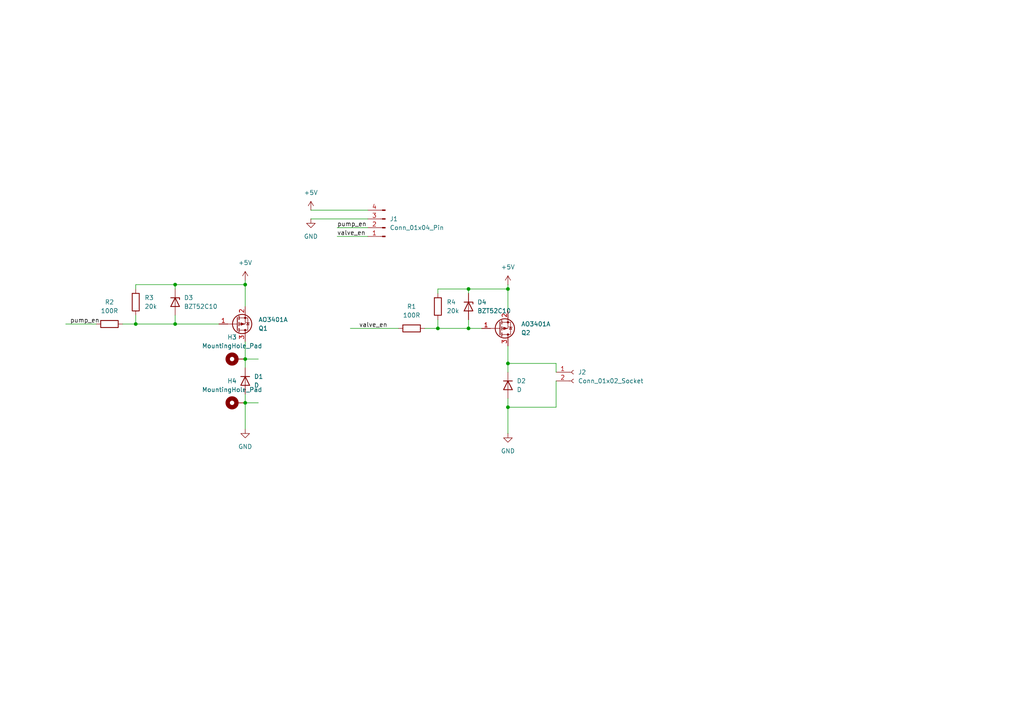
<source format=kicad_sch>
(kicad_sch (version 20231120) (generator "eeschema") (generator_version "8.0")
  (paper "A4")
  (lib_symbols
    (symbol "Connector:Conn_01x02_Socket" (pin_names (offset 1.016) hide)
      (property "Reference" "J" (at 0 2.54 0))
      (property "Value" "Conn_01x02_Socket" (at 0 -5.08 0))
      (symbol "Conn_01x02_Socket_1_1"
        (arc (start 0 -2.032) (mid -0.5058 -2.54) (end 0 -3.048) (stroke (width 0.1524)))
        (polyline (pts (xy -1.27 -2.54) (xy -0.508 -2.54)) (stroke (width 0.1524)))
        (polyline (pts (xy -1.27 0) (xy -0.508 0)) (stroke (width 0.1524)))
        (arc (start 0 0.508) (mid -0.5058 0) (end 0 -0.508) (stroke (width 0.1524)))
        (pin passive line (at -5.08 0 0) (length 3.81) (name "Pin_1") (number "1"))
        (pin passive line (at -5.08 -2.54 0) (length 3.81) (name "Pin_2") (number "2"))
      )
    )
    (symbol "Connector:Conn_01x04_Pin" (pin_names (offset 1.016) hide)
      (property "Reference" "J" (at 0 5.08 0))
      (property "Value" "Conn_01x04_Pin" (at 0 -7.62 0))
      (symbol "Conn_01x04_Pin_1_1"
        (polyline (pts (xy 1.27 -5.08) (xy 0.8636 -5.08)) (stroke (width 0.1524)))
        (polyline (pts (xy 1.27 -2.54) (xy 0.8636 -2.54)) (stroke (width 0.1524)))
        (polyline (pts (xy 1.27 0) (xy 0.8636 0)) (stroke (width 0.1524)))
        (polyline (pts (xy 1.27 2.54) (xy 0.8636 2.54)) (stroke (width 0.1524)))
        (rectangle (start 0.8636 -4.953) (end 0 -5.207) (stroke (width 0.1524)) (fill (type outline)))
        (rectangle (start 0.8636 -2.413) (end 0 -2.667) (stroke (width 0.1524)) (fill (type outline)))
        (rectangle (start 0.8636 0.127) (end 0 -0.127) (stroke (width 0.1524)) (fill (type outline)))
        (rectangle (start 0.8636 2.667) (end 0 2.413) (stroke (width 0.1524)) (fill (type outline)))
        (pin passive line (at 5.08 2.54 180) (length 3.81) (name "Pin_1") (number "1"))
        (pin passive line (at 5.08 0 180) (length 3.81) (name "Pin_2") (number "2"))
        (pin passive line (at 5.08 -2.54 180) (length 3.81) (name "Pin_3") (number "3"))
        (pin passive line (at 5.08 -5.08 180) (length 3.81) (name "Pin_4") (number "4"))
      )
    )
    (symbol "Device:D" (pin_numbers hide) (pin_names (offset 1.016) hide)
      (property "Reference" "D" (at 0 2.54 0))
      (property "Value" "D" (at 0 -2.54 0))
      (symbol "D_0_1"
        (polyline (pts (xy -1.27 1.27) (xy -1.27 -1.27)) (stroke (width 0.254)))
        (polyline (pts (xy 1.27 0) (xy -1.27 0)))
        (polyline (pts (xy 1.27 1.27) (xy 1.27 -1.27) (xy -1.27 0) (xy 1.27 1.27)) (stroke (width 0.254)))
      )
      (symbol "D_1_1"
        (pin passive line (at -3.81 0 0) (length 2.54) (name "K") (number "1"))
        (pin passive line (at 3.81 0 180) (length 2.54) (name "A") (number "2"))
      )
    )
    (symbol "Device:D_Zener" (pin_numbers hide) (pin_names (offset 1.016) hide)
      (property "Reference" "D" (at 0 2.54 0))
      (property "Value" "D_Zener" (at 0 -2.54 0))
      (symbol "D_Zener_0_1"
        (polyline (pts (xy 1.27 0) (xy -1.27 0)))
        (polyline (pts (xy -1.27 -1.27) (xy -1.27 1.27) (xy -0.762 1.27)) (stroke (width 0.254)))
        (polyline (pts (xy 1.27 -1.27) (xy 1.27 1.27) (xy -1.27 0) (xy 1.27 -1.27)) (stroke (width 0.254)))
      )
      (symbol "D_Zener_1_1"
        (pin passive line (at -3.81 0 0) (length 2.54) (name "K") (number "1"))
        (pin passive line (at 3.81 0 180) (length 2.54) (name "A") (number "2"))
      )
    )
    (symbol "Device:R" (pin_numbers hide) (pin_names (offset 0))
      (property "Reference" "R" (at 2.032 0 90))
      (property "Value" "R" (at 0 0 90))
      (symbol "R_0_1"
        (rectangle (start -1.016 -2.54) (end 1.016 2.54) (stroke (width 0.254)))
      )
      (symbol "R_1_1"
        (pin passive line (at 0 3.81 270) (length 1.27) (name "~") (number "1"))
        (pin passive line (at 0 -3.81 90) (length 1.27) (name "~") (number "2"))
      )
    )
    (symbol "Mechanical:MountingHole_Pad" (pin_numbers hide) (pin_names (offset 1.016) hide) (exclude_from_sim yes) (in_bom no)
      (property "Reference" "H" (at 0 6.35 0))
      (property "Value" "MountingHole_Pad" (at 0 4.445 0))
      (symbol "MountingHole_Pad_0_1"
        (circle (center 0 1.27) (radius 1.27) (stroke (width 1.27)))
      )
      (symbol "MountingHole_Pad_1_1"
        (pin input line (at 0 -2.54 90) (length 2.54) (name "1") (number "1"))
      )
    )
    (symbol "Transistor_FET:AO3401A" (pin_names hide)
      (property "Reference" "Q" (at 5.08 1.905 0))
      (property "Value" "AO3401A" (at 5.08 0 0))
      (symbol "AO3401A_0_1"
        (polyline (pts (xy 0.254 0) (xy -2.54 0)))
        (polyline (pts (xy 0.254 1.905) (xy 0.254 -1.905)) (stroke (width 0.254)))
        (polyline (pts (xy 0.762 -1.27) (xy 0.762 -2.286)) (stroke (width 0.254)))
        (polyline (pts (xy 0.762 0.508) (xy 0.762 -0.508)) (stroke (width 0.254)))
        (polyline (pts (xy 0.762 2.286) (xy 0.762 1.27)) (stroke (width 0.254)))
        (polyline (pts (xy 2.54 2.54) (xy 2.54 1.778)))
        (polyline (pts (xy 2.54 -2.54) (xy 2.54 0) (xy 0.762 0)))
        (polyline (pts (xy 0.762 1.778) (xy 3.302 1.778) (xy 3.302 -1.778) (xy 0.762 -1.778)))
        (polyline (pts (xy 2.286 0) (xy 1.27 0.381) (xy 1.27 -0.381) (xy 2.286 0)) (fill (type outline)))
        (polyline (pts (xy 2.794 -0.508) (xy 2.921 -0.381) (xy 3.683 -0.381) (xy 3.81 -0.254)))
        (polyline (pts (xy 3.302 -0.381) (xy 2.921 0.254) (xy 3.683 0.254) (xy 3.302 -0.381)))
        (circle (center 1.651 0) (radius 2.794) (stroke (width 0.254)))
        (circle (center 2.54 -1.778) (radius 0.254) (fill (type outline)))
        (circle (center 2.54 1.778) (radius 0.254) (fill (type outline)))
      )
      (symbol "AO3401A_1_1"
        (pin input line (at -5.08 0 0) (length 2.54) (name "G") (number "1"))
        (pin passive line (at 2.54 -5.08 90) (length 2.54) (name "S") (number "2"))
        (pin passive line (at 2.54 5.08 270) (length 2.54) (name "D") (number "3"))
      )
    )
    (symbol "power:+5V" (power) (pin_numbers hide) (pin_names (offset 0) hide)
      (property "Value" "+5V" (at 0 3.556 0))
      (symbol "+5V_0_1"
        (polyline (pts (xy -0.762 1.27) (xy 0 2.54)))
        (polyline (pts (xy 0 0) (xy 0 2.54)))
        (polyline (pts (xy 0 2.54) (xy 0.762 1.27)))
      )
      (symbol "+5V_1_1"
        (pin power_in line (at 0 0 90) (length 0) (name "~") (number "1"))
      )
    )
    (symbol "power:GND" (power) (pin_numbers hide) (pin_names (offset 0) hide)
      (property "Value" "GND" (at 0 -3.81 0))
      (symbol "GND_0_1"
        (polyline (pts (xy 0 0) (xy 0 -1.27) (xy 1.27 -1.27) (xy 0 -2.54) (xy -1.27 -1.27) (xy 0 -1.27)))
      )
      (symbol "GND_1_1"
        (pin power_in line (at 0 0 270) (length 0) (name "~") (number "1"))
      )
    )
  )
  (junction (at 135.89 95.25))
  (junction (at 147.32 83.82))
  (junction (at 50.8 82.55))
  (junction (at 39.37 93.98))
  (junction (at 127 95.25))
  (junction (at 147.32 118.11))
  (junction (at 50.8 93.98))
  (junction (at 147.32 105.41))
  (junction (at 71.12 82.55))
  (junction (at 71.12 104.14))
  (junction (at 135.89 83.82))
  (junction (at 71.12 116.84))
  (wire (pts (xy 147.32 125.73) (xy 147.32 118.11)))
  (wire (pts (xy 127 92.71) (xy 127 95.25)))
  (wire (pts (xy 71.12 81.28) (xy 71.12 82.55)))
  (wire (pts (xy 71.12 82.55) (xy 71.12 88.9)))
  (wire (pts (xy 50.8 93.98) (xy 63.5 93.98)))
  (wire (pts (xy 147.32 83.82) (xy 147.32 90.17)))
  (wire (pts (xy 97.79 68.58) (xy 106.68 68.58)))
  (wire (pts (xy 147.32 105.41) (xy 161.29 105.41)))
  (wire (pts (xy 147.32 118.11) (xy 161.29 118.11)))
  (wire (pts (xy 39.37 82.55) (xy 50.8 82.55)))
  (wire (pts (xy 135.89 92.71) (xy 135.89 95.25)))
  (wire (pts (xy 71.12 104.14) (xy 74.93 104.14)))
  (wire (pts (xy 127 85.09) (xy 127 83.82)))
  (wire (pts (xy 71.12 124.46) (xy 71.12 116.84)))
  (wire (pts (xy 161.29 105.41) (xy 161.29 107.95)))
  (wire (pts (xy 147.32 82.55) (xy 147.32 83.82)))
  (wire (pts (xy 50.8 83.82) (xy 50.8 82.55)))
  (wire (pts (xy 147.32 100.33) (xy 147.32 105.41)))
  (wire (pts (xy 90.17 63.5) (xy 106.68 63.5)))
  (wire (pts (xy 97.79 66.04) (xy 106.68 66.04)))
  (wire (pts (xy 71.12 99.06) (xy 71.12 104.14)))
  (wire (pts (xy 135.89 85.09) (xy 135.89 83.82)))
  (wire (pts (xy 39.37 93.98) (xy 50.8 93.98)))
  (wire (pts (xy 71.12 106.68) (xy 71.12 104.14)))
  (wire (pts (xy 90.17 60.96) (xy 106.68 60.96)))
  (wire (pts (xy 127 95.25) (xy 135.89 95.25)))
  (wire (pts (xy 19.05 93.98) (xy 27.94 93.98)))
  (wire (pts (xy 35.56 93.98) (xy 39.37 93.98)))
  (wire (pts (xy 147.32 115.57) (xy 147.32 118.11)))
  (wire (pts (xy 147.32 107.95) (xy 147.32 105.41)))
  (wire (pts (xy 71.12 116.84) (xy 74.93 116.84)))
  (wire (pts (xy 50.8 82.55) (xy 71.12 82.55)))
  (wire (pts (xy 123.19 95.25) (xy 127 95.25)))
  (wire (pts (xy 71.12 114.3) (xy 71.12 116.84)))
  (wire (pts (xy 39.37 91.44) (xy 39.37 93.98)))
  (wire (pts (xy 135.89 95.25) (xy 139.7 95.25)))
  (wire (pts (xy 101.6 95.25) (xy 115.57 95.25)))
  (wire (pts (xy 39.37 83.82) (xy 39.37 82.55)))
  (wire (pts (xy 50.8 91.44) (xy 50.8 93.98)))
  (wire (pts (xy 127 83.82) (xy 135.89 83.82)))
  (wire (pts (xy 161.29 110.49) (xy 161.29 118.11)))
  (wire (pts (xy 135.89 83.82) (xy 147.32 83.82)))
  (label "valve_en" (at 104.14 95.25 0))
  (label "pump_en" (at 97.79 66.04 0))
  (label "valve_en" (at 97.79 68.58 0))
  (label "pump_en" (at 20.32 93.98 0))
  (symbol (lib_id "Mechanical:MountingHole_Pad") (at 68.58 116.84 90) (unit 1) (exclude_from_sim yes) (in_bom no)
    (property "Reference" "H4" (at 67.31 110.49 90))
    (property "Value" "MountingHole_Pad" (at 67.31 113.03 90))
    (property "Footprint" "MountingHole:MountingHole_2.2mm_M2_DIN965_Pad" (effects (hide yes)))
    (property "Description" "Mounting Hole with connection" (effects (hide yes)))
  )
  (symbol (lib_id "Device:R") (at 31.75 93.98 90) (unit 1)
    (property "Reference" "R2" (at 31.75 87.63 90))
    (property "Value" "100R" (at 31.75 90.17 90))
    (property "Footprint" "Resistor_SMD:R_0603_1608Metric_Pad0.98x0.95mm_HandSolder" (effects (hide yes)))
    (property "Description" "Resistor" (effects (hide yes)))
  )
  (symbol (lib_id "Connector:Conn_01x02_Socket") (at 166.37 107.95 0) (unit 1)
    (property "Reference" "J2" (at 167.64 107.9499 0) (effects (justify left)))
    (property "Value" "Conn_01x02_Socket" (at 167.64 110.4899 0) (effects (justify left)))
    (property "Footprint" "Connector_PinHeader_2.54mm:PinHeader_1x02_P2.54mm_Vertical" (effects (hide yes)))
    (property "Description" "Generic connector, single row, 01x02, script generated" (effects (hide yes)))
  )
  (symbol (lib_id "Device:D") (at 71.12 110.49 270) (unit 1)
    (property "Reference" "D1" (at 73.66 109.2199 90) (effects (justify left)))
    (property "Value" "D" (at 73.66 111.7599 90) (effects (justify left)))
    (property "Footprint" "Diode_SMD:D_SOD-123" (effects (hide yes)))
    (property "Description" "Diode" (effects (hide yes)))
    (property "Sim.Device" "D" (effects (hide yes)))
    (property "Sim.Pins" "1=K 2=A" (effects (hide yes)))
  )
  (symbol (lib_id "power:+5V") (at 71.12 81.28 0) (unit 1)
    (property "Reference" "#PWR03" (effects (hide yes)))
    (property "Value" "+5V" (at 71.12 76.2 0))
    (property "Description" "Power symbol creates a global label with name \"+5V\"" (effects (hide yes)))
  )
  (symbol (lib_id "Device:D_Zener") (at 135.89 88.9 270) (unit 1)
    (property "Reference" "D4" (at 138.43 87.6299 90) (effects (justify left)))
    (property "Value" "BZT52C10" (at 138.43 90.1699 90) (effects (justify left)))
    (property "Footprint" "Diode_SMD:D_SOD-123" (effects (hide yes)))
    (property "Description" "Zener diode" (effects (hide yes)))
  )
  (symbol (lib_id "Device:D") (at 147.32 111.76 270) (unit 1)
    (property "Reference" "D2" (at 149.86 110.4899 90) (effects (justify left)))
    (property "Value" "D" (at 149.86 113.0299 90) (effects (justify left)))
    (property "Footprint" "Diode_SMD:D_SOD-123" (effects (hide yes)))
    (property "Description" "Diode" (effects (hide yes)))
    (property "Sim.Device" "D" (effects (hide yes)))
    (property "Sim.Pins" "1=K 2=A" (effects (hide yes)))
  )
  (symbol (lib_id "Mechanical:MountingHole_Pad") (at 68.58 104.14 90) (unit 1) (exclude_from_sim yes) (in_bom no)
    (property "Reference" "H3" (at 67.31 97.79 90))
    (property "Value" "MountingHole_Pad" (at 67.31 100.33 90))
    (property "Footprint" "MountingHole:MountingHole_2.2mm_M2_DIN965_Pad" (effects (hide yes)))
    (property "Description" "Mounting Hole with connection" (effects (hide yes)))
  )
  (symbol (lib_id "power:GND") (at 147.32 125.73 0) (unit 1)
    (property "Reference" "#PWR06" (effects (hide yes)))
    (property "Value" "GND" (at 147.32 130.81 0))
    (property "Description" "Power symbol creates a global label with name \"GND\" , ground" (effects (hide yes)))
  )
  (symbol (lib_id "power:+5V") (at 90.17 60.96 0) (unit 1)
    (property "Reference" "#PWR01" (effects (hide yes)))
    (property "Value" "+5V" (at 90.17 55.88 0))
    (property "Description" "Power symbol creates a global label with name \"+5V\"" (effects (hide yes)))
  )
  (symbol (lib_id "Device:R") (at 127 88.9 0) (unit 1)
    (property "Reference" "R4" (at 129.54 87.6299 0) (effects (justify left)))
    (property "Value" "20k" (at 129.54 90.1699 0) (effects (justify left)))
    (property "Footprint" "Resistor_SMD:R_0603_1608Metric_Pad0.98x0.95mm_HandSolder" (effects (hide yes)))
    (property "Description" "Resistor" (effects (hide yes)))
  )
  (symbol (lib_id "Transistor_FET:AO3401A") (at 144.78 95.25 0) (mirror x) (unit 1)
    (property "Reference" "Q2" (at 151.13 96.5201 0) (effects (justify left)))
    (property "Value" "AO3401A" (at 151.13 93.9801 0) (effects (justify left)))
    (property "Footprint" "Package_TO_SOT_SMD:SOT-23" (effects (hide yes)))
    (property "Datasheet" "http://www.aosmd.com/pdfs/datasheet/AO3401A.pdf" (effects (hide yes)))
    (property "Description" "-4.0A Id, -30V Vds, P-Channel MOSFET, SOT-23" (effects (hide yes)))
  )
  (symbol (lib_id "Device:R") (at 119.38 95.25 90) (unit 1)
    (property "Reference" "R1" (at 119.38 88.9 90))
    (property "Value" "100R" (at 119.38 91.44 90))
    (property "Footprint" "Resistor_SMD:R_0603_1608Metric_Pad0.98x0.95mm_HandSolder" (effects (hide yes)))
    (property "Description" "Resistor" (effects (hide yes)))
  )
  (symbol (lib_id "power:GND") (at 71.12 124.46 0) (unit 1)
    (property "Reference" "#PWR04" (effects (hide yes)))
    (property "Value" "GND" (at 71.12 129.54 0))
    (property "Description" "Power symbol creates a global label with name \"GND\" , ground" (effects (hide yes)))
  )
  (symbol (lib_id "Device:R") (at 39.37 87.63 0) (unit 1)
    (property "Reference" "R3" (at 41.91 86.3599 0) (effects (justify left)))
    (property "Value" "20k" (at 41.91 88.8999 0) (effects (justify left)))
    (property "Footprint" "Resistor_SMD:R_0603_1608Metric_Pad0.98x0.95mm_HandSolder" (effects (hide yes)))
    (property "Description" "Resistor" (effects (hide yes)))
  )
  (symbol (lib_id "Connector:Conn_01x04_Pin") (at 111.76 66.04 180) (unit 1)
    (property "Reference" "J1" (at 113.03 63.4999 0) (effects (justify right)))
    (property "Value" "Conn_01x04_Pin" (at 113.03 66.0399 0) (effects (justify right)))
    (property "Footprint" "Connector_JST:JST_XH_B4B-XH-A_1x04_P2.50mm_Vertical" (effects (hide yes)))
    (property "Description" "Generic connector, single row, 01x04, script generated" (effects (hide yes)))
  )
  (symbol (lib_id "power:+5V") (at 147.32 82.55 0) (unit 1)
    (property "Reference" "#PWR05" (effects (hide yes)))
    (property "Value" "+5V" (at 147.32 77.47 0))
    (property "Description" "Power symbol creates a global label with name \"+5V\"" (effects (hide yes)))
  )
  (symbol (lib_id "Device:D_Zener") (at 50.8 87.63 270) (unit 1)
    (property "Reference" "D3" (at 53.34 86.3599 90) (effects (justify left)))
    (property "Value" "BZT52C10" (at 53.34 88.8999 90) (effects (justify left)))
    (property "Footprint" "Diode_SMD:D_SOD-123" (effects (hide yes)))
    (property "Description" "Zener diode" (effects (hide yes)))
  )
  (symbol (lib_id "Transistor_FET:AO3401A") (at 68.58 93.98 0) (mirror x) (unit 1)
    (property "Reference" "Q1" (at 74.93 95.2501 0) (effects (justify left)))
    (property "Value" "AO3401A" (at 74.93 92.7101 0) (effects (justify left)))
    (property "Footprint" "Package_TO_SOT_SMD:SOT-23" (effects (hide yes)))
    (property "Datasheet" "http://www.aosmd.com/pdfs/datasheet/AO3401A.pdf" (effects (hide yes)))
    (property "Description" "-4.0A Id, -30V Vds, P-Channel MOSFET, SOT-23" (effects (hide yes)))
  )
  (symbol (lib_id "power:GND") (at 90.17 63.5 0) (unit 1)
    (property "Reference" "#PWR02" (effects (hide yes)))
    (property "Value" "GND" (at 90.17 68.58 0))
    (property "Description" "Power symbol creates a global label with name \"GND\" , ground" (effects (hide yes)))
  )
)
</source>
